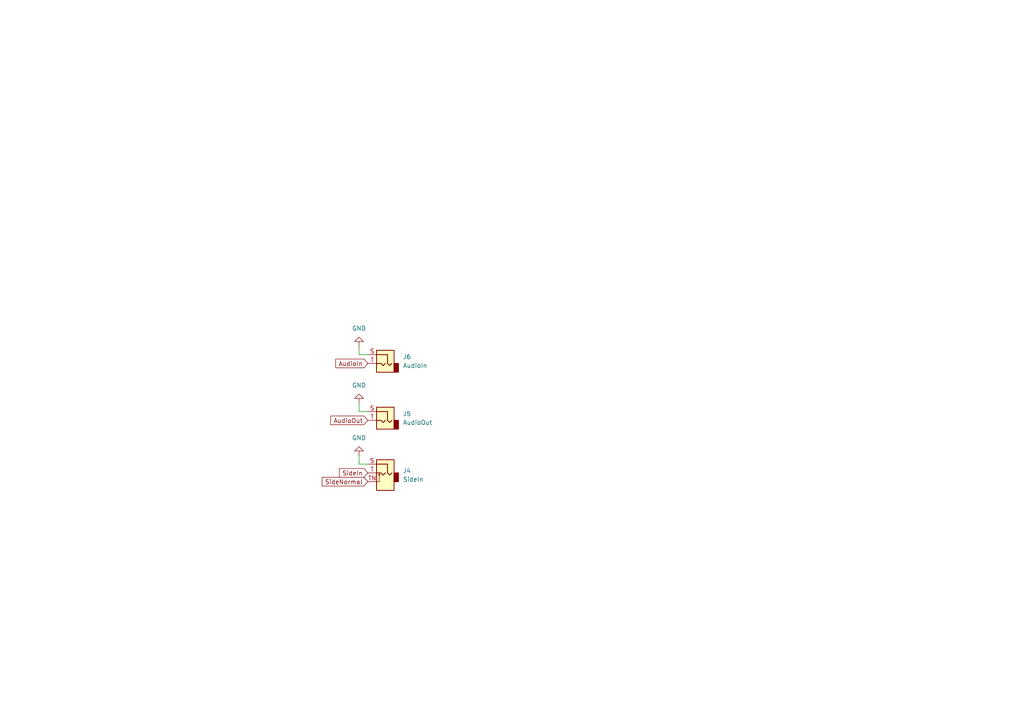
<source format=kicad_sch>
(kicad_sch (version 20230121) (generator eeschema)
  (paper "A4")
  (lib_symbols
    (symbol "AO_symbols:AudioJack2"
      (property "Reference" "J" (at 0 8.89 0))
      (property "Value" "AudioJack2" (at 0 6.35 0))
      (symbol "AudioJack2_0_1"
        (rectangle (start -3.81 0) (end -2.54 -2.54) (stroke (width 0.254)) (fill (type outline)))
        (rectangle (start -2.54 3.81) (end 2.54 -2.54) (stroke (width 0.254)) (fill (type background)))
        (polyline (pts (xy 0 0) (xy 0.635 -0.635) (xy 1.27 0) (xy 2.54 0)) (stroke (width 0.254)))
        (polyline (pts (xy 2.54 2.54) (xy -0.635 2.54) (xy -0.635 0) (xy -1.27 -0.635) (xy -1.905 0)) (stroke (width 0.254)))
      )
      (symbol "AudioJack2_1_1"
        (pin passive line (at 5.08 2.54 180) (length 2.54) (name "~") (number "S"))
        (pin passive line (at 5.08 0 180) (length 2.54) (name "~") (number "T"))
      )
    )
    (symbol "AO_symbols:AudioJack2_SwitchT"
      (property "Reference" "J" (at 0 8.89 0))
      (property "Value" "AudioJack2_SwitchT" (at 0 6.35 0))
      (symbol "AudioJack2_SwitchT_0_1"
        (rectangle (start -2.54 0) (end -3.81 -2.54) (stroke (width 0.254)) (fill (type outline)))
        (polyline (pts (xy 1.778 -0.254) (xy 2.032 -0.762)))
        (polyline (pts (xy 0 0) (xy 0.635 -0.635) (xy 1.27 0) (xy 2.54 0)) (stroke (width 0.254)))
        (polyline (pts (xy 2.54 -2.54) (xy 1.778 -2.54) (xy 1.778 -0.254) (xy 1.524 -0.762)))
        (polyline (pts (xy 2.54 2.54) (xy -0.635 2.54) (xy -0.635 0) (xy -1.27 -0.635) (xy -1.905 0)) (stroke (width 0.254)))
        (rectangle (start 2.54 3.81) (end -2.54 -5.08) (stroke (width 0.254)) (fill (type background)))
      )
      (symbol "AudioJack2_SwitchT_1_1"
        (pin passive line (at 5.08 2.54 180) (length 2.54) (name "~") (number "S"))
        (pin passive line (at 5.08 0 180) (length 2.54) (name "~") (number "T"))
        (pin passive line (at 5.08 -2.54 180) (length 2.54) (name "~") (number "TN"))
      )
    )
    (symbol "power:GND" (power) (pin_names (offset 0))
      (property "Value" "GND" (at 0 -3.81 0))
      (symbol "GND_0_1"
        (polyline (pts (xy 0 0) (xy 0 -1.27) (xy 1.27 -1.27) (xy 0 -2.54) (xy -1.27 -1.27) (xy 0 -1.27)))
      )
      (symbol "GND_1_1"
        (pin power_in line (at 0 0 270) (length 0) hide (name "GND") (number "1"))
      )
    )
  )
  (wire (pts (xy 104.14 100.33) (xy 104.14 102.87)))
  (wire (pts (xy 104.14 119.38) (xy 106.68 119.38)))
  (wire (pts (xy 104.14 116.84) (xy 104.14 119.38)))
  (wire (pts (xy 104.14 102.87) (xy 106.68 102.87)))
  (wire (pts (xy 104.14 134.62) (xy 106.68 134.62)))
  (wire (pts (xy 104.14 132.08) (xy 104.14 134.62)))
  (global_label "AudioIn" (shape input) (at 106.68 105.41 180) (property "Intersheetrefs" "${INTERSHEET_REFS}" (effects hide)))
  (global_label "AudioOut" (shape input) (at 106.68 121.92 180) (property "Intersheetrefs" "${INTERSHEET_REFS}" (effects hide)))
  (global_label "SideNormal" (shape input) (at 106.68 139.7 180) (property "Intersheetrefs" "${INTERSHEET_REFS}" (effects hide)))
  (global_label "SideIn" (shape input) (at 106.68 137.16 180) (property "Intersheetrefs" "${INTERSHEET_REFS}" (effects hide)))
  (symbol (lib_id "AO_symbols:AudioJack2_SwitchT") (at 111.76 137.16 0) (mirror y) (unit 1)
    (property "Reference" "J4" (at 116.84 136.525 0) (effects (justify right)))
    (property "Value" "SideIn" (at 116.84 139.065 0) (effects (justify right)))
    (property "Footprint" "AO_tht:Jack_6.35mm_PJ_629HAN_slots" (effects hide))
    (property "Vendor" "Tayda" (effects hide))
    (property "SKU" "A-1121" (effects hide))
  )
  (symbol (lib_id "power:GND") (at 104.14 100.33 180) (unit 1)
    (property "Reference" "#PWR05" (effects hide))
    (property "Value" "GND" (at 104.14 95.25 0))
    (instances (project "CompressorMain" (path "" (reference "#PWR05") (unit 1)) (path "" (reference "#PWR032") (unit 1))))
  )
  (symbol (lib_id "AO_symbols:AudioJack2") (at 111.76 105.41 0) (mirror y) (unit 1)
    (property "Reference" "J6" (at 116.84 103.505 0) (effects (justify right)))
    (property "Value" "AudioIn" (at 116.84 106.045 0) (effects (justify right)))
    (property "Footprint" "AO_tht:Jack_6.35mm_PJ_629HAN_slots" (effects hide))
    (property "Vendor" "Tayda" (effects hide))
    (property "SKU" "A-1121" (effects hide))
  )
  (symbol (lib_id "AO_symbols:AudioJack2") (at 111.76 121.92 0) (mirror y) (unit 1)
    (property "Reference" "J5" (at 116.84 120.015 0) (effects (justify right)))
    (property "Value" "AudioOut" (at 116.84 122.555 0) (effects (justify right)))
    (property "Footprint" "AO_tht:Jack_6.35mm_PJ_629HAN_slots" (effects hide))
    (property "Vendor" "Tayda" (effects hide))
    (property "SKU" "A-1121" (effects hide))
  )
  (symbol (lib_id "power:GND") (at 104.14 132.08 180) (unit 1)
    (property "Reference" "#PWR05" (effects hide))
    (property "Value" "GND" (at 104.14 127 0))
    (instances (project "CompressorMain" (path "" (reference "#PWR05") (unit 1)) (path "" (reference "#PWR034") (unit 1))))
  )
  (symbol (lib_id "power:GND") (at 104.14 116.84 180) (unit 1)
    (property "Reference" "#PWR05" (effects hide))
    (property "Value" "GND" (at 104.14 111.76 0))
    (instances (project "CompressorMain" (path "" (reference "#PWR05") (unit 1)) (path "" (reference "#PWR033") (unit 1))))
  )
)
</source>
